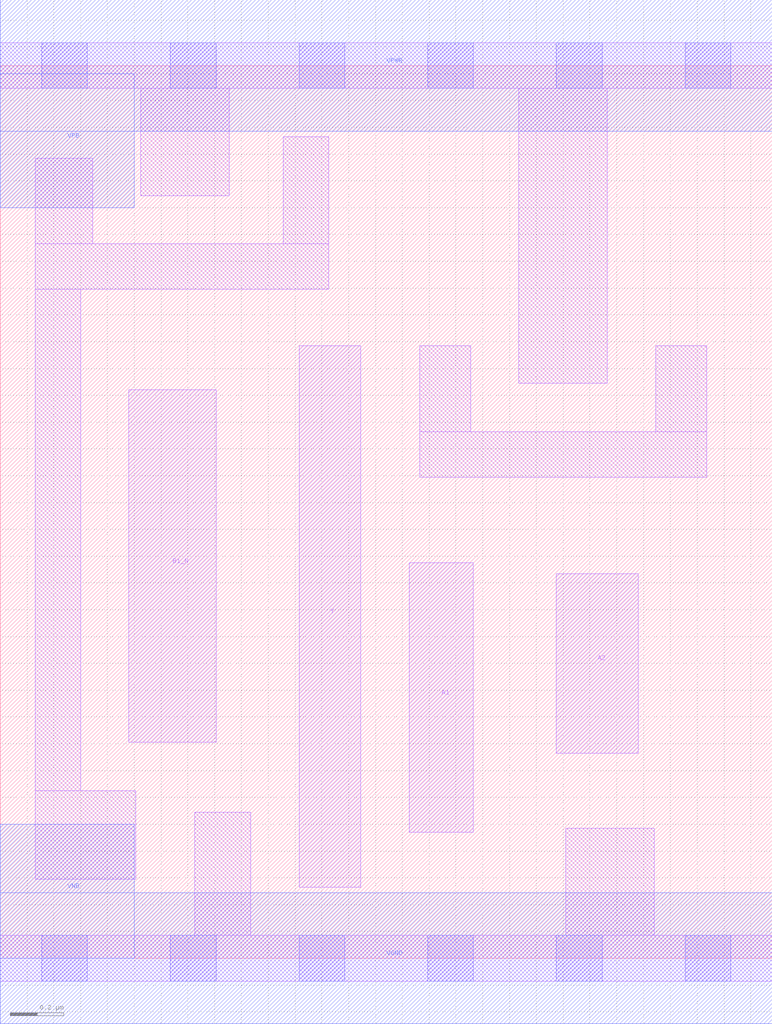
<source format=lef>
# Copyright 2020 The SkyWater PDK Authors
#
# Licensed under the Apache License, Version 2.0 (the "License");
# you may not use this file except in compliance with the License.
# You may obtain a copy of the License at
#
#     https://www.apache.org/licenses/LICENSE-2.0
#
# Unless required by applicable law or agreed to in writing, software
# distributed under the License is distributed on an "AS IS" BASIS,
# WITHOUT WARRANTIES OR CONDITIONS OF ANY KIND, either express or implied.
# See the License for the specific language governing permissions and
# limitations under the License.
#
# SPDX-License-Identifier: Apache-2.0

VERSION 5.5 ;
NAMESCASESENSITIVE ON ;
BUSBITCHARS "[]" ;
DIVIDERCHAR "/" ;
MACRO sky130_fd_sc_lp__a21boi_m
  CLASS CORE ;
  SOURCE USER ;
  ORIGIN  0.000000  0.000000 ;
  SIZE  2.880000 BY  3.330000 ;
  SYMMETRY X Y R90 ;
  SITE unit ;
  PIN A1
    ANTENNAGATEAREA  0.126000 ;
    DIRECTION INPUT ;
    USE SIGNAL ;
    PORT
      LAYER li1 ;
        RECT 1.525000 0.470000 1.765000 1.475000 ;
    END
  END A1
  PIN A2
    ANTENNAGATEAREA  0.126000 ;
    DIRECTION INPUT ;
    USE SIGNAL ;
    PORT
      LAYER li1 ;
        RECT 2.075000 0.765000 2.380000 1.435000 ;
    END
  END A2
  PIN B1_N
    ANTENNAGATEAREA  0.126000 ;
    DIRECTION INPUT ;
    USE SIGNAL ;
    PORT
      LAYER li1 ;
        RECT 0.480000 0.805000 0.805000 2.120000 ;
    END
  END B1_N
  PIN Y
    ANTENNADIFFAREA  0.228900 ;
    DIRECTION OUTPUT ;
    USE SIGNAL ;
    PORT
      LAYER li1 ;
        RECT 1.115000 0.265000 1.345000 2.285000 ;
    END
  END Y
  PIN VGND
    DIRECTION INOUT ;
    USE GROUND ;
    PORT
      LAYER met1 ;
        RECT 0.000000 -0.245000 2.880000 0.245000 ;
    END
  END VGND
  PIN VNB
    DIRECTION INOUT ;
    USE GROUND ;
    PORT
      LAYER met1 ;
        RECT 0.000000 0.000000 0.500000 0.500000 ;
    END
  END VNB
  PIN VPB
    DIRECTION INOUT ;
    USE POWER ;
    PORT
      LAYER met1 ;
        RECT 0.000000 2.800000 0.500000 3.300000 ;
    END
  END VPB
  PIN VPWR
    DIRECTION INOUT ;
    USE POWER ;
    PORT
      LAYER met1 ;
        RECT 0.000000 3.085000 2.880000 3.575000 ;
    END
  END VPWR
  OBS
    LAYER li1 ;
      RECT 0.000000 -0.085000 2.880000 0.085000 ;
      RECT 0.000000  3.245000 2.880000 3.415000 ;
      RECT 0.130000  0.295000 0.505000 0.625000 ;
      RECT 0.130000  0.625000 0.300000 2.495000 ;
      RECT 0.130000  2.495000 1.225000 2.665000 ;
      RECT 0.130000  2.665000 0.345000 2.985000 ;
      RECT 0.525000  2.845000 0.855000 3.245000 ;
      RECT 0.725000  0.085000 0.935000 0.545000 ;
      RECT 1.055000  2.665000 1.225000 3.065000 ;
      RECT 1.565000  1.795000 2.635000 1.965000 ;
      RECT 1.565000  1.965000 1.755000 2.285000 ;
      RECT 1.935000  2.145000 2.265000 3.245000 ;
      RECT 2.110000  0.085000 2.440000 0.485000 ;
      RECT 2.445000  1.965000 2.635000 2.285000 ;
    LAYER mcon ;
      RECT 0.155000 -0.085000 0.325000 0.085000 ;
      RECT 0.155000  3.245000 0.325000 3.415000 ;
      RECT 0.635000 -0.085000 0.805000 0.085000 ;
      RECT 0.635000  3.245000 0.805000 3.415000 ;
      RECT 1.115000 -0.085000 1.285000 0.085000 ;
      RECT 1.115000  3.245000 1.285000 3.415000 ;
      RECT 1.595000 -0.085000 1.765000 0.085000 ;
      RECT 1.595000  3.245000 1.765000 3.415000 ;
      RECT 2.075000 -0.085000 2.245000 0.085000 ;
      RECT 2.075000  3.245000 2.245000 3.415000 ;
      RECT 2.555000 -0.085000 2.725000 0.085000 ;
      RECT 2.555000  3.245000 2.725000 3.415000 ;
  END
END sky130_fd_sc_lp__a21boi_m

</source>
